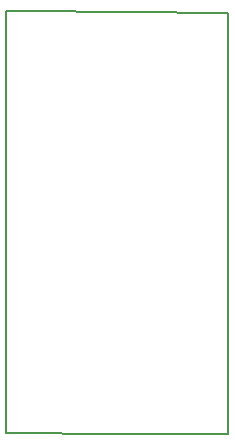
<source format=gbr>
G04 #@! TF.FileFunction,Profile,NP*
%FSLAX46Y46*%
G04 Gerber Fmt 4.6, Leading zero omitted, Abs format (unit mm)*
G04 Created by KiCad (PCBNEW 4.0.2-stable) date 8/15/2016 9:27:46 PM*
%MOMM*%
G01*
G04 APERTURE LIST*
%ADD10C,0.100000*%
%ADD11C,0.150000*%
G04 APERTURE END LIST*
D10*
D11*
X25273000Y-13970000D02*
X25273000Y-14478000D01*
X26924000Y-13970000D02*
X25273000Y-13970000D01*
X44069000Y-14097000D02*
X26924000Y-13970000D01*
X44069000Y-18161000D02*
X44069000Y-14097000D01*
X44069000Y-48895000D02*
X44069000Y-18161000D01*
X44069000Y-49784000D02*
X44069000Y-48895000D01*
X34798000Y-49784000D02*
X44069000Y-49784000D01*
X25273000Y-49657000D02*
X34798000Y-49784000D01*
X25273000Y-49276000D02*
X25273000Y-49657000D01*
X25273000Y-39243000D02*
X25273000Y-49276000D01*
X25273000Y-34544000D02*
X25273000Y-39243000D01*
X25273000Y-29210000D02*
X25273000Y-34544000D01*
X25273000Y-26162000D02*
X25273000Y-29210000D01*
X25273000Y-21590000D02*
X25273000Y-26162000D01*
X25273000Y-14351000D02*
X25273000Y-21590000D01*
M02*

</source>
